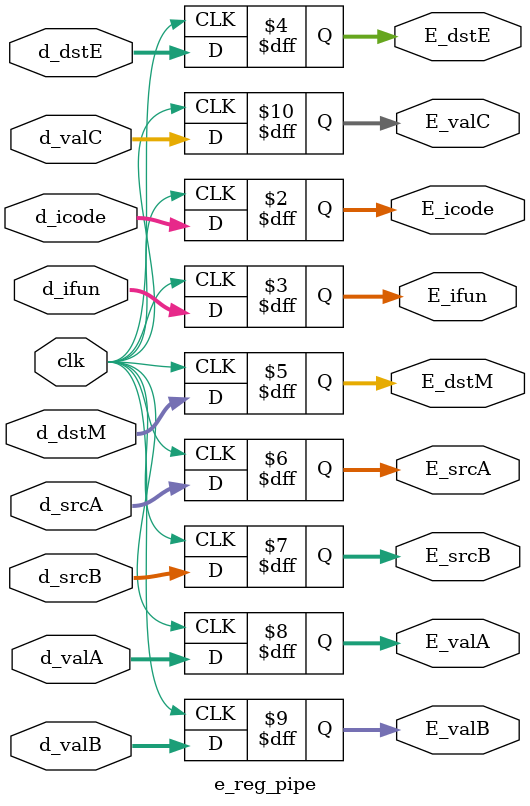
<source format=v>
module e_reg_pipe (clk, d_icode, d_ifun, d_valA, d_valB, d_valC, d_srcA, d_srcB, d_dstE, d_dstM, E_icode, E_ifun, E_valA, E_valB, E_valC, E_srcA, E_srcB, E_dstE, E_dstM);

input clk;
// input [2:0] d_stat;
input [3:0] d_icode, d_ifun, d_dstE, d_dstM, d_srcA, d_srcB;
input [63:0] d_valA, d_valB, d_valC; //, d_valP;

//output [2:0] E_stat;
output reg [3:0] E_icode, E_ifun, E_dstE, E_dstM, E_srcA, E_srcB;
output reg [63:0] E_valA, E_valB, E_valC;//, E_valP;

always @(posedge clk)
    begin
        //E_stat <= d_stat;
        E_icode <= d_icode;
        E_ifun <= d_ifun;
        //E_rA <= d_rA;
        //E_rB <= d_rB;
        E_dstE <= d_dstE;
        E_dstM <= d_dstM;
        E_srcA <= d_srcA;
        E_srcB <= d_srcB;
        
        E_valA <= d_valA;
        E_valB <= d_valB;
        E_valC <= d_valC;
        //E_valP <= d_valP;
        end
endmodule

</source>
